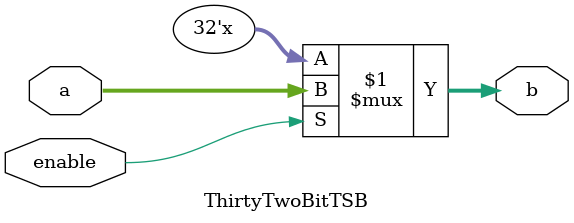
<source format=v>
module ThirtyTwoBitTSB(a,b,enable);
	input [31:0] a;
	output [31:0] b;
	input enable;
	
	assign b = enable ? a : 32'bzzzzzzzzzzzzzzzzzzzzzzzzzzzzzzzz;
endmodule 
</source>
